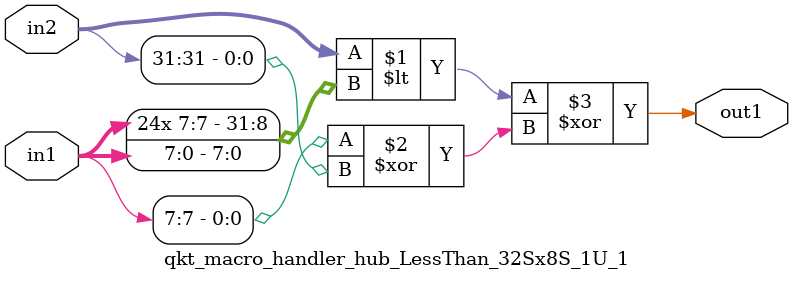
<source format=v>

`timescale 1ps / 1ps


module qkt_macro_handler_hub_LessThan_32Sx8S_1U_1( in2, in1, out1 );

    input [31:0] in2;
    input [7:0] in1;
    output out1;

    
    // rtl_process:qkt_macro_handler_hub_LessThan_32Sx8S_1U_1/qkt_macro_handler_hub_LessThan_32Sx8S_1U_1_thread_1
    assign out1 = (in2 < {{ 24 {in1[7]}}, in1} ^ (in1[7] ^ in2[31]));

endmodule


</source>
